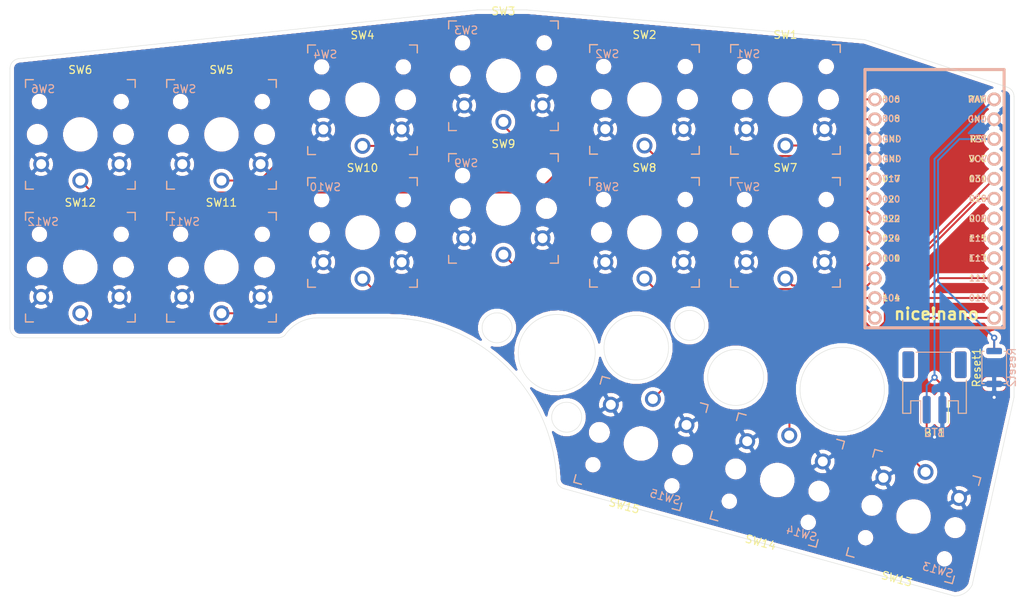
<source format=kicad_pcb>
(kicad_pcb (version 20171130) (host pcbnew "(5.1.12)-1")
  (layers (0 F.Cu signal) (31 B.Cu signal) (34 B.Paste user) (35 F.Paste user) (36 B.SilkS user hide) (37 F.SilkS user hide) (38 B.Mask user) (39 F.Mask user) (44 Edge.Cuts user))
  (net 0 "")
  (net 1 gnd)
  (net 2 reset)
  (net 3 Switch1)
  (net 4 Switch2)
  (net 5 Switch3)
  (net 6 Switch4)
  (net 7 Switch5)
  (net 8 Switch6)
  (net 9 Switch7)
  (net 10 Switch8)
  (net 11 Switch9)
  (net 12 Switch10)
  (net 13 Switch11)
  (net 14 Switch12)
  (net 15 Switch13)
  (net 16 Switch14)
  (net 17 Switch15)
  (net 18 "Net-(U1-Pad18)")
  (net 19 "Net-(U1-Pad21)")
  (net 20 raw)
  (net 21 "Net-(U1-Pad16)")
  (net 22 "Net-(U1-Pad17)")
  (module nice-nano-kicad-master:nice_nano (layer F.Cu) (at 151.13 55.88 270)
    (fp_text reference U1 hide)
    (fp_text value nice_nano hide)
    (fp_text user nice!nano (at 13.462 -0.254) (layer F.SilkS) (effects (font (size 1.5 1.5) (thickness 0.3))))
    (fp_text user 008 (at -11.5 5.53719) (layer B.SilkS) (effects (font (size 0.8 0.8)) (justify mirror)))
    (fp_text user 020 (at -1.2 5.53719) (layer B.SilkS) (effects (font (size 0.8 0.8)) (justify mirror)))
    (fp_text user 017 (at -3.81 5.53719) (layer B.SilkS) (effects (font (size 0.8 0.8)) (justify mirror)))
    (fp_text user GND (at -6.35 5.461) (layer B.SilkS) (effects (font (size 0.8 0.8)) (justify mirror)))
    (fp_text user GND (at -8.89 5.461) (layer B.SilkS) (effects (font (size 0.8 0.8)) (justify mirror)))
    (fp_text user 022 (at 1.3 5.53719) (layer B.SilkS) (effects (font (size 0.8 0.8)) (justify mirror)))
    (fp_text user 024 (at 3.8 5.53719) (layer B.SilkS) (effects (font (size 0.8 0.8)) (justify mirror)))
    (fp_text user 100 (at 6.35 5.53719) (layer B.SilkS) (effects (font (size 0.8 0.8)) (justify mirror)))
    (fp_text user 104 (at 11.43 5.53719) (layer B.SilkS) (effects (font (size 0.8 0.8)) (justify mirror)))
    (fp_text user 010 (at 11.43 -5.537191) (layer F.SilkS) (effects (font (size 0.8 0.8))))
    (fp_text user 111 (at 8.89 -5.537191) (layer B.SilkS) (effects (font (size 0.8 0.8)) (justify mirror)))
    (fp_text user 113 (at 6.35 -5.537191) (layer B.SilkS) (effects (font (size 0.8 0.8)) (justify mirror)))
    (fp_text user 115 (at 3.81 -5.537191) (layer F.SilkS) (effects (font (size 0.8 0.8))))
    (fp_text user 002 (at 1.27 -5.537191) (layer F.SilkS) (effects (font (size 0.8 0.8))))
    (fp_text user 029 (at -1.27 -5.537191) (layer F.SilkS) (effects (font (size 0.8 0.8))))
    (fp_text user 031 (at -3.81 -5.537191) (layer B.SilkS) (effects (font (size 0.8 0.8)) (justify mirror)))
    (fp_text user VCC (at -6.35 -5.537191) (layer B.SilkS) (effects (font (size 0.8 0.8)) (justify mirror)))
    (fp_text user GND (at -11.43 -5.454667) (layer B.SilkS) (effects (font (size 0.8 0.8)) (justify mirror)))
    (fp_text user RAW (at -13.97 -5.473715) (layer B.SilkS) (effects (font (size 0.8 0.8)) (justify mirror)))
    (fp_text user RAW (at -13.97 -5.473715) (layer F.SilkS) (effects (font (size 0.8 0.8))))
    (fp_text user GND (at -11.43 -5.454667) (layer F.SilkS) (effects (font (size 0.8 0.8))))
    (fp_text user RST (at -8.89 -5.588) (layer F.SilkS) (effects (font (size 0.8 0.8))))
    (fp_text user VCC (at -6.35 -5.537191) (layer F.SilkS) (effects (font (size 0.8 0.8))))
    (fp_text user 031 (at -3.81 -5.537191) (layer F.SilkS) (effects (font (size 0.8 0.8))))
    (fp_text user 029 (at -1.27 -5.537191) (layer B.SilkS) (effects (font (size 0.8 0.8)) (justify mirror)))
    (fp_text user 002 (at 1.27 -5.537191) (layer B.SilkS) (effects (font (size 0.8 0.8)) (justify mirror)))
    (fp_text user 115 (at 3.81 -5.537191) (layer B.SilkS) (effects (font (size 0.8 0.8)) (justify mirror)))
    (fp_text user 113 (at 6.35 -5.537191) (layer F.SilkS) (effects (font (size 0.8 0.8))))
    (fp_text user 111 (at 8.89 -5.537191) (layer F.SilkS) (effects (font (size 0.8 0.8))))
    (fp_text user 010 (at 11.43 -5.537191) (layer B.SilkS) (effects (font (size 0.8 0.8)) (justify mirror)))
    (fp_text user 104 (at 11.43 5.53719) (layer F.SilkS) (effects (font (size 0.8 0.8))))
    (fp_text user 100 (at 6.35 5.53719) (layer F.SilkS) (effects (font (size 0.8 0.8))))
    (fp_text user 024 (at 3.81 5.53719) (layer F.SilkS) (effects (font (size 0.8 0.8))))
    (fp_text user 022 (at 1.3 5.53719) (layer F.SilkS) (effects (font (size 0.8 0.8))))
    (fp_text user GND (at -8.89 5.461) (layer F.SilkS) (effects (font (size 0.8 0.8))))
    (fp_text user GND (at -6.35 5.461) (layer F.SilkS) (effects (font (size 0.8 0.8))))
    (fp_text user 017 (at -3.8 5.53719) (layer F.SilkS) (effects (font (size 0.8 0.8))))
    (fp_text user 020 (at -1.2 5.53719) (layer F.SilkS) (effects (font (size 0.8 0.8))))
    (fp_text user 008 (at -11.5 5.53719) (layer F.SilkS) (effects (font (size 0.8 0.8))))
    (fp_text user 006 (at -13.97 5.53719) (layer B.SilkS) (effects (font (size 0.8 0.8)) (justify mirror)))
    (fp_text user 006 (at -13.97 5.53719) (layer F.SilkS) (effects (font (size 0.8 0.8))))
    (fp_text user RST (at -8.89 -5.588) (layer B.SilkS) (effects (font (size 0.8 0.8)) (justify mirror)))
    (pad 1 thru_hole circle (at -13.97 7.62 270) (size 1.7526 1.7526) (drill 1.0922) (layers *.Cu *.SilkS *.Mask) (net 3 Switch1))
    (pad 2 thru_hole circle (at -11.43 7.62 270) (size 1.7526 1.7526) (drill 1.0922) (layers *.Cu *.SilkS *.Mask) (net 4 Switch2))
    (pad 3 thru_hole circle (at -8.89 7.62 270) (size 1.7526 1.7526) (drill 1.0922) (layers *.Cu *.SilkS *.Mask) (net 1 gnd))
    (pad 4 thru_hole circle (at -6.35 7.62 270) (size 1.7526 1.7526) (drill 1.0922) (layers *.Cu *.SilkS *.Mask) (net 1 gnd))
    (pad 5 thru_hole circle (at -3.81 7.62 270) (size 1.7526 1.7526) (drill 1.0922) (layers *.Cu *.SilkS *.Mask) (net 5 Switch3))
    (pad 6 thru_hole circle (at -1.27 7.62 270) (size 1.7526 1.7526) (drill 1.0922) (layers *.Cu *.SilkS *.Mask) (net 6 Switch4))
    (pad 7 thru_hole circle (at 1.27 7.62 270) (size 1.7526 1.7526) (drill 1.0922) (layers *.Cu *.SilkS *.Mask) (net 7 Switch5))
    (pad 8 thru_hole circle (at 3.81 7.62 270) (size 1.7526 1.7526) (drill 1.0922) (layers *.Cu *.SilkS *.Mask) (net 8 Switch6))
    (pad 9 thru_hole circle (at 6.35 7.62 270) (size 1.7526 1.7526) (drill 1.0922) (layers *.Cu *.SilkS *.Mask) (net 9 Switch7))
    (pad 10 thru_hole circle (at 8.89 7.62 270) (size 1.7526 1.7526) (drill 1.0922) (layers *.Cu *.SilkS *.Mask) (net 10 Switch8))
    (pad 11 thru_hole circle (at 11.43 7.62 270) (size 1.7526 1.7526) (drill 1.0922) (layers *.Cu *.SilkS *.Mask) (net 11 Switch9))
    (pad 13 thru_hole circle (at 13.97 -7.62 270) (size 1.7526 1.7526) (drill 1.0922) (layers *.Cu *.SilkS *.Mask) (net 15 Switch13))
    (pad 14 thru_hole circle (at 11.43 -7.62 270) (size 1.7526 1.7526) (drill 1.0922) (layers *.Cu *.SilkS *.Mask) (net 16 Switch14))
    (pad 15 thru_hole circle (at 8.89 -7.62 270) (size 1.7526 1.7526) (drill 1.0922) (layers *.Cu *.SilkS *.Mask) (net 17 Switch15))
    (pad 16 thru_hole circle (at 6.35 -7.62 270) (size 1.7526 1.7526) (drill 1.0922) (layers *.Cu *.SilkS *.Mask) (net 21 "Net-(U1-Pad16)"))
    (pad 17 thru_hole circle (at 3.81 -7.62 270) (size 1.7526 1.7526) (drill 1.0922) (layers *.Cu *.SilkS *.Mask) (net 22 "Net-(U1-Pad17)"))
    (pad 18 thru_hole circle (at 1.27 -7.62 270) (size 1.7526 1.7526) (drill 1.0922) (layers *.Cu *.SilkS *.Mask) (net 18 "Net-(U1-Pad18)"))
    (pad 19 thru_hole circle (at -1.27 -7.62 270) (size 1.7526 1.7526) (drill 1.0922) (layers *.Cu *.SilkS *.Mask) (net 14 Switch12))
    (pad 20 thru_hole circle (at -3.81 -7.62 270) (size 1.7526 1.7526) (drill 1.0922) (layers *.Cu *.SilkS *.Mask) (net 13 Switch11))
    (pad 21 thru_hole circle (at -6.35 -7.62 270) (size 1.7526 1.7526) (drill 1.0922) (layers *.Cu *.SilkS *.Mask) (net 19 "Net-(U1-Pad21)"))
    (pad 22 thru_hole circle (at -8.89 -7.62 270) (size 1.7526 1.7526) (drill 1.0922) (layers *.Cu *.SilkS *.Mask) (net 2 reset))
    (pad 23 thru_hole circle (at -11.43 -7.62 270) (size 1.7526 1.7526) (drill 1.0922) (layers *.Cu *.SilkS *.Mask) (net 1 gnd))
    (pad 12 thru_hole circle (at 13.97 7.62 270) (size 1.7526 1.7526) (drill 1.0922) (layers *.Cu *.SilkS *.Mask) (net 12 Switch10))
    (pad 24 thru_hole circle (at -13.97 -7.62 270) (size 1.7526 1.7526) (drill 1.0922) (layers *.Cu *.SilkS *.Mask) (net 20 raw))
  )
  (module Button_Switch_SMD:SW_Push_SPST_NO_Alps_SKRK (layer B.Cu) (at 158.75 76.2 90)
    (fp_text reference Reset2 (at 0 2.25 270) (layer B.SilkS) (effects (justify mirror)))
    (fp_text value KEYSW)
    (pad 1 smd roundrect (at -2.1 0 90) (size 0.8 2) (layers B.Cu B.Paste B.Mask) (net 1 gnd))
    (pad 2 smd roundrect (at 2.1 0 90) (size 0.8 2) (layers B.Cu B.Paste B.Mask) (net 2 reset))
  )
  (module Connector_JST:JST_PH_S2B-PH-SM4-TB_1x02-1MP_P2.00mm_Horizontal (layer B.Cu) (at 151.13 78.74)
    (fp_text reference BT2 (at 0 5.8) (layer B.SilkS) (effects (justify mirror)))
    (fp_text value Battery)
    (pad MP smd roundrect (at 3.35 -2.9) (size 1.5 3.4) (layers B.Cu B.Paste B.Mask) (roundrect_rratio 0.1666666666666667))
    (pad MP smd roundrect (at -3.35 -2.9) (size 1.5 3.4) (layers B.Cu B.Paste B.Mask) (roundrect_rratio 0.1666666666666667))
    (pad 2 smd roundrect (at 1 2.85) (size 1 3.5) (layers B.Cu B.Paste B.Mask) (net 1 gnd))
    (pad 1 smd roundrect (at -1 2.85) (size 1 3.5) (layers B.Cu B.Paste B.Mask) (net 20 raw))
  )
  (module Connector_JST:JST_PH_S2B-PH-SM4-TB_1x02-1MP_P2.00mm_Horizontal (layer F.Cu) (at 151.13 78.74 180)
    (fp_text reference BT1 (at 0 -5.8) (layer F.SilkS))
    (fp_text value Battery)
    (pad MP smd roundrect (at 3.35 2.9 180) (size 1.5 3.4) (layers F.Cu F.Paste F.Mask) (roundrect_rratio 0.1666666666666667))
    (pad MP smd roundrect (at -3.35 2.9 180) (size 1.5 3.4) (layers F.Cu F.Paste F.Mask) (roundrect_rratio 0.1666666666666667))
    (pad 2 smd roundrect (at 1 -2.85 180) (size 1 3.5) (layers F.Cu F.Paste F.Mask) (net 1 gnd))
    (pad 1 smd roundrect (at -1 -2.85 180) (size 1 3.5) (layers F.Cu F.Paste F.Mask) (net 20 raw))
  )
  (module keyswitches:SW_PG1350_reversible (layer F.Cu) (at 113.627472 85.9171 165)
    (fp_text reference SW15 (at 0 -8.255 165) (layer F.SilkS))
    (fp_text value SW_PUSH)
    (fp_text user %R (at -4.759999 -5.8 165) (layer B.SilkS) (effects (justify mirror)))
    (pad "" np_thru_hole circle (at -5.5 0 165) (size 1.7018 1.7018) (drill 1.7018) (layers *.Cu *.Mask))
    (pad "" np_thru_hole circle (at 5.5 0 165) (size 1.7018 1.7018) (drill 1.7018) (layers *.Cu *.Mask))
    (pad "" np_thru_hole circle (at 5.22 -4.2 165) (size 0.9906 0.9906) (drill 0.9906) (layers *.Cu *.Mask))
    (pad 1 thru_hole circle (at 0 5.9 165) (size 2.032 2.032) (drill 1.27) (layers *.Cu *.Mask) (net 17 Switch15))
    (pad 2 thru_hole circle (at -5 3.8 165) (size 2.032 2.032) (drill 1.27) (layers *.Cu *.Mask) (net 1 gnd))
    (pad "" np_thru_hole circle (at 0 0 165) (size 3.429 3.429) (drill 3.429) (layers *.Cu *.Mask))
    (pad 2 thru_hole circle (at 5 3.8 165) (size 2.032 2.032) (drill 1.27) (layers *.Cu *.Mask) (net 1 gnd))
    (pad "" np_thru_hole circle (at -5.22 -4.2 165) (size 0.9906 0.9906) (drill 0.9906) (layers *.Cu *.Mask))
  )
  (module keyswitches:SW_PG1350_reversible (layer F.Cu) (at 42.01021 63.364687)
    (fp_text reference SW12 (at 0 -8.255) (layer F.SilkS))
    (fp_text value SW_PUSH)
    (fp_text user %R (at -4.76 -5.8) (layer B.SilkS) (effects (justify mirror)))
    (pad "" np_thru_hole circle (at -5.5 0) (size 1.7018 1.7018) (drill 1.7018) (layers *.Cu *.Mask))
    (pad "" np_thru_hole circle (at 5.5 0) (size 1.7018 1.7018) (drill 1.7018) (layers *.Cu *.Mask))
    (pad "" np_thru_hole circle (at 5.22 -4.2) (size 0.9906 0.9906) (drill 0.9906) (layers *.Cu *.Mask))
    (pad 1 thru_hole circle (at 0 5.9) (size 2.032 2.032) (drill 1.27) (layers *.Cu *.Mask) (net 14 Switch12))
    (pad 2 thru_hole circle (at -5 3.8) (size 2.032 2.032) (drill 1.27) (layers *.Cu *.Mask) (net 1 gnd))
    (pad "" np_thru_hole circle (at 0 0) (size 3.429 3.429) (drill 3.429) (layers *.Cu *.Mask))
    (pad 2 thru_hole circle (at 5 3.8) (size 2.032 2.032) (drill 1.27) (layers *.Cu *.Mask) (net 1 gnd))
    (pad "" np_thru_hole circle (at -5.22 -4.2) (size 0.9906 0.9906) (drill 0.9906) (layers *.Cu *.Mask))
  )
  (module keyswitches:SW_PG1350_reversible (layer F.Cu) (at 60.040034 63.364687)
    (fp_text reference SW11 (at 0 -8.255) (layer F.SilkS))
    (fp_text value SW_PUSH)
    (fp_text user %R (at -4.76 -5.8) (layer B.SilkS) (effects (justify mirror)))
    (pad "" np_thru_hole circle (at -5.5 0) (size 1.7018 1.7018) (drill 1.7018) (layers *.Cu *.Mask))
    (pad "" np_thru_hole circle (at 5.5 0) (size 1.7018 1.7018) (drill 1.7018) (layers *.Cu *.Mask))
    (pad "" np_thru_hole circle (at 5.22 -4.2) (size 0.9906 0.9906) (drill 0.9906) (layers *.Cu *.Mask))
    (pad 1 thru_hole circle (at 0 5.9) (size 2.032 2.032) (drill 1.27) (layers *.Cu *.Mask) (net 13 Switch11))
    (pad 2 thru_hole circle (at -5 3.8) (size 2.032 2.032) (drill 1.27) (layers *.Cu *.Mask) (net 1 gnd))
    (pad "" np_thru_hole circle (at 0 0) (size 3.429 3.429) (drill 3.429) (layers *.Cu *.Mask))
    (pad 2 thru_hole circle (at 5 3.8) (size 2.032 2.032) (drill 1.27) (layers *.Cu *.Mask) (net 1 gnd))
    (pad "" np_thru_hole circle (at -5.22 -4.2) (size 0.9906 0.9906) (drill 0.9906) (layers *.Cu *.Mask))
  )
  (module keyswitches:SW_PG1350_reversible (layer F.Cu) (at 78.057608 58.933077)
    (fp_text reference SW10 (at 0 -8.255) (layer F.SilkS))
    (fp_text value SW_PUSH)
    (fp_text user %R (at -4.76 -5.8) (layer B.SilkS) (effects (justify mirror)))
    (pad "" np_thru_hole circle (at -5.5 0) (size 1.7018 1.7018) (drill 1.7018) (layers *.Cu *.Mask))
    (pad "" np_thru_hole circle (at 5.5 0) (size 1.7018 1.7018) (drill 1.7018) (layers *.Cu *.Mask))
    (pad "" np_thru_hole circle (at 5.22 -4.2) (size 0.9906 0.9906) (drill 0.9906) (layers *.Cu *.Mask))
    (pad 1 thru_hole circle (at 0 5.9) (size 2.032 2.032) (drill 1.27) (layers *.Cu *.Mask) (net 12 Switch10))
    (pad 2 thru_hole circle (at -5 3.8) (size 2.032 2.032) (drill 1.27) (layers *.Cu *.Mask) (net 1 gnd))
    (pad "" np_thru_hole circle (at 0 0) (size 3.429 3.429) (drill 3.429) (layers *.Cu *.Mask))
    (pad 2 thru_hole circle (at 5 3.8) (size 2.032 2.032) (drill 1.27) (layers *.Cu *.Mask) (net 1 gnd))
    (pad "" np_thru_hole circle (at -5.22 -4.2) (size 0.9906 0.9906) (drill 0.9906) (layers *.Cu *.Mask))
  )
  (module keyswitches:SW_PG1350_reversible (layer F.Cu) (at 96.056221 55.86225)
    (fp_text reference SW9 (at 0 -8.255) (layer F.SilkS))
    (fp_text value SW_PUSH)
    (fp_text user %R (at -4.76 -5.8) (layer B.SilkS) (effects (justify mirror)))
    (pad "" np_thru_hole circle (at -5.5 0) (size 1.7018 1.7018) (drill 1.7018) (layers *.Cu *.Mask))
    (pad "" np_thru_hole circle (at 5.5 0) (size 1.7018 1.7018) (drill 1.7018) (layers *.Cu *.Mask))
    (pad "" np_thru_hole circle (at 5.22 -4.2) (size 0.9906 0.9906) (drill 0.9906) (layers *.Cu *.Mask))
    (pad 1 thru_hole circle (at 0 5.9) (size 2.032 2.032) (drill 1.27) (layers *.Cu *.Mask) (net 11 Switch9))
    (pad 2 thru_hole circle (at -5 3.8) (size 2.032 2.032) (drill 1.27) (layers *.Cu *.Mask) (net 1 gnd))
    (pad "" np_thru_hole circle (at 0 0) (size 3.429 3.429) (drill 3.429) (layers *.Cu *.Mask))
    (pad 2 thru_hole circle (at 5 3.8) (size 2.032 2.032) (drill 1.27) (layers *.Cu *.Mask) (net 1 gnd))
    (pad "" np_thru_hole circle (at -5.22 -4.2) (size 0.9906 0.9906) (drill 0.9906) (layers *.Cu *.Mask))
  )
  (module keyswitches:SW_PG1350_reversible (layer F.Cu) (at 114.07391 58.918007)
    (fp_text reference SW8 (at 0 -8.255) (layer F.SilkS))
    (fp_text value SW_PUSH)
    (fp_text user %R (at -4.76 -5.8) (layer B.SilkS) (effects (justify mirror)))
    (pad "" np_thru_hole circle (at -5.5 0) (size 1.7018 1.7018) (drill 1.7018) (layers *.Cu *.Mask))
    (pad "" np_thru_hole circle (at 5.5 0) (size 1.7018 1.7018) (drill 1.7018) (layers *.Cu *.Mask))
    (pad "" np_thru_hole circle (at 5.22 -4.2) (size 0.9906 0.9906) (drill 0.9906) (layers *.Cu *.Mask))
    (pad 1 thru_hole circle (at 0 5.9) (size 2.032 2.032) (drill 1.27) (layers *.Cu *.Mask) (net 10 Switch8))
    (pad 2 thru_hole circle (at -5 3.8) (size 2.032 2.032) (drill 1.27) (layers *.Cu *.Mask) (net 1 gnd))
    (pad "" np_thru_hole circle (at 0 0) (size 3.429 3.429) (drill 3.429) (layers *.Cu *.Mask))
    (pad 2 thru_hole circle (at 5 3.8) (size 2.032 2.032) (drill 1.27) (layers *.Cu *.Mask) (net 1 gnd))
    (pad "" np_thru_hole circle (at -5.22 -4.2) (size 0.9906 0.9906) (drill 0.9906) (layers *.Cu *.Mask))
  )
  (module keyswitches:SW_PG1350_reversible (layer F.Cu) (at 132.076304 58.918007)
    (fp_text reference SW7 (at 0 -8.255) (layer F.SilkS))
    (fp_text value SW_PUSH)
    (fp_text user %R (at -4.76 -5.8) (layer B.SilkS) (effects (justify mirror)))
    (pad "" np_thru_hole circle (at -5.5 0) (size 1.7018 1.7018) (drill 1.7018) (layers *.Cu *.Mask))
    (pad "" np_thru_hole circle (at 5.5 0) (size 1.7018 1.7018) (drill 1.7018) (layers *.Cu *.Mask))
    (pad "" np_thru_hole circle (at 5.22 -4.2) (size 0.9906 0.9906) (drill 0.9906) (layers *.Cu *.Mask))
    (pad 1 thru_hole circle (at 0 5.9) (size 2.032 2.032) (drill 1.27) (layers *.Cu *.Mask) (net 9 Switch7))
    (pad 2 thru_hole circle (at -5 3.8) (size 2.032 2.032) (drill 1.27) (layers *.Cu *.Mask) (net 1 gnd))
    (pad "" np_thru_hole circle (at 0 0) (size 3.429 3.429) (drill 3.429) (layers *.Cu *.Mask))
    (pad 2 thru_hole circle (at 5 3.8) (size 2.032 2.032) (drill 1.27) (layers *.Cu *.Mask) (net 1 gnd))
    (pad "" np_thru_hole circle (at -5.22 -4.2) (size 0.9906 0.9906) (drill 0.9906) (layers *.Cu *.Mask))
  )
  (module keyswitches:SW_PG1350_reversible (layer F.Cu) (at 42.01021 46.39298)
    (fp_text reference SW6 (at 0 -8.255) (layer F.SilkS))
    (fp_text value SW_PUSH)
    (fp_text user %R (at -4.76 -5.8) (layer B.SilkS) (effects (justify mirror)))
    (pad "" np_thru_hole circle (at -5.5 0) (size 1.7018 1.7018) (drill 1.7018) (layers *.Cu *.Mask))
    (pad "" np_thru_hole circle (at 5.5 0) (size 1.7018 1.7018) (drill 1.7018) (layers *.Cu *.Mask))
    (pad "" np_thru_hole circle (at 5.22 -4.2) (size 0.9906 0.9906) (drill 0.9906) (layers *.Cu *.Mask))
    (pad 1 thru_hole circle (at 0 5.9) (size 2.032 2.032) (drill 1.27) (layers *.Cu *.Mask) (net 8 Switch6))
    (pad 2 thru_hole circle (at -5 3.8) (size 2.032 2.032) (drill 1.27) (layers *.Cu *.Mask) (net 1 gnd))
    (pad "" np_thru_hole circle (at 0 0) (size 3.429 3.429) (drill 3.429) (layers *.Cu *.Mask))
    (pad 2 thru_hole circle (at 5 3.8) (size 2.032 2.032) (drill 1.27) (layers *.Cu *.Mask) (net 1 gnd))
    (pad "" np_thru_hole circle (at -5.22 -4.2) (size 0.9906 0.9906) (drill 0.9906) (layers *.Cu *.Mask))
  )
  (module keyswitches:SW_PG1350_reversible (layer F.Cu) (at 60.040034 46.39298)
    (fp_text reference SW5 (at 0 -8.255) (layer F.SilkS))
    (fp_text value SW_PUSH)
    (fp_text user %R (at -4.76 -5.8) (layer B.SilkS) (effects (justify mirror)))
    (pad "" np_thru_hole circle (at -5.5 0) (size 1.7018 1.7018) (drill 1.7018) (layers *.Cu *.Mask))
    (pad "" np_thru_hole circle (at 5.5 0) (size 1.7018 1.7018) (drill 1.7018) (layers *.Cu *.Mask))
    (pad "" np_thru_hole circle (at 5.22 -4.2) (size 0.9906 0.9906) (drill 0.9906) (layers *.Cu *.Mask))
    (pad 1 thru_hole circle (at 0 5.9) (size 2.032 2.032) (drill 1.27) (layers *.Cu *.Mask) (net 7 Switch5))
    (pad 2 thru_hole circle (at -5 3.8) (size 2.032 2.032) (drill 1.27) (layers *.Cu *.Mask) (net 1 gnd))
    (pad "" np_thru_hole circle (at 0 0) (size 3.429 3.429) (drill 3.429) (layers *.Cu *.Mask))
    (pad 2 thru_hole circle (at 5 3.8) (size 2.032 2.032) (drill 1.27) (layers *.Cu *.Mask) (net 1 gnd))
    (pad "" np_thru_hole circle (at -5.22 -4.2) (size 0.9906 0.9906) (drill 0.9906) (layers *.Cu *.Mask))
  )
  (module keyswitches:SW_PG1350_reversible (layer F.Cu) (at 78.057608 41.96137)
    (fp_text reference SW4 (at 0 -8.255) (layer F.SilkS))
    (fp_text value SW_PUSH)
    (fp_text user %R (at -4.76 -5.8) (layer B.SilkS) (effects (justify mirror)))
    (pad "" np_thru_hole circle (at -5.5 0) (size 1.7018 1.7018) (drill 1.7018) (layers *.Cu *.Mask))
    (pad "" np_thru_hole circle (at 5.5 0) (size 1.7018 1.7018) (drill 1.7018) (layers *.Cu *.Mask))
    (pad "" np_thru_hole circle (at 5.22 -4.2) (size 0.9906 0.9906) (drill 0.9906) (layers *.Cu *.Mask))
    (pad 1 thru_hole circle (at 0 5.9) (size 2.032 2.032) (drill 1.27) (layers *.Cu *.Mask) (net 6 Switch4))
    (pad 2 thru_hole circle (at -5 3.8) (size 2.032 2.032) (drill 1.27) (layers *.Cu *.Mask) (net 1 gnd))
    (pad "" np_thru_hole circle (at 0 0) (size 3.429 3.429) (drill 3.429) (layers *.Cu *.Mask))
    (pad 2 thru_hole circle (at 5 3.8) (size 2.032 2.032) (drill 1.27) (layers *.Cu *.Mask) (net 1 gnd))
    (pad "" np_thru_hole circle (at -5.22 -4.2) (size 0.9906 0.9906) (drill 0.9906) (layers *.Cu *.Mask))
  )
  (module keyswitches:SW_PG1350_reversible (layer F.Cu) (at 96.056221 38.890543)
    (fp_text reference SW3 (at 0 -8.255) (layer F.SilkS))
    (fp_text value SW_PUSH)
    (fp_text user %R (at -4.76 -5.8) (layer B.SilkS) (effects (justify mirror)))
    (pad "" np_thru_hole circle (at -5.5 0) (size 1.7018 1.7018) (drill 1.7018) (layers *.Cu *.Mask))
    (pad "" np_thru_hole circle (at 5.5 0) (size 1.7018 1.7018) (drill 1.7018) (layers *.Cu *.Mask))
    (pad "" np_thru_hole circle (at 5.22 -4.2) (size 0.9906 0.9906) (drill 0.9906) (layers *.Cu *.Mask))
    (pad 1 thru_hole circle (at 0 5.9) (size 2.032 2.032) (drill 1.27) (layers *.Cu *.Mask) (net 5 Switch3))
    (pad 2 thru_hole circle (at -5 3.8) (size 2.032 2.032) (drill 1.27) (layers *.Cu *.Mask) (net 1 gnd))
    (pad "" np_thru_hole circle (at 0 0) (size 3.429 3.429) (drill 3.429) (layers *.Cu *.Mask))
    (pad 2 thru_hole circle (at 5 3.8) (size 2.032 2.032) (drill 1.27) (layers *.Cu *.Mask) (net 1 gnd))
    (pad "" np_thru_hole circle (at -5.22 -4.2) (size 0.9906 0.9906) (drill 0.9906) (layers *.Cu *.Mask))
  )
  (module keyswitches:SW_PG1350_reversible (layer F.Cu) (at 114.077606 41.916303)
    (fp_text reference SW2 (at 0 -8.255) (layer F.SilkS))
    (fp_text value SW_PUSH)
    (fp_text user %R (at -4.76 -5.8) (layer B.SilkS) (effects (justify mirror)))
    (pad "" np_thru_hole circle (at -5.5 0) (size 1.7018 1.7018) (drill 1.7018) (layers *.Cu *.Mask))
    (pad "" np_thru_hole circle (at 5.5 0) (size 1.7018 1.7018) (drill 1.7018) (layers *.Cu *.Mask))
    (pad "" np_thru_hole circle (at 5.22 -4.2) (size 0.9906 0.9906) (drill 0.9906) (layers *.Cu *.Mask))
    (pad 1 thru_hole circle (at 0 5.9) (size 2.032 2.032) (drill 1.27) (layers *.Cu *.Mask) (net 4 Switch2))
    (pad 2 thru_hole circle (at -5 3.8) (size 2.032 2.032) (drill 1.27) (layers *.Cu *.Mask) (net 1 gnd))
    (pad "" np_thru_hole circle (at 0 0) (size 3.429 3.429) (drill 3.429) (layers *.Cu *.Mask))
    (pad 2 thru_hole circle (at 5 3.8) (size 2.032 2.032) (drill 1.27) (layers *.Cu *.Mask) (net 1 gnd))
    (pad "" np_thru_hole circle (at -5.22 -4.2) (size 0.9906 0.9906) (drill 0.9906) (layers *.Cu *.Mask))
  )
  (module keyswitches:SW_PG1350_reversible (layer F.Cu) (at 132.08 41.916303)
    (fp_text reference SW1 (at 0 -8.255) (layer F.SilkS))
    (fp_text value SW_PUSH)
    (fp_text user %R (at -4.76 -5.8) (layer B.SilkS) (effects (justify mirror)))
    (pad "" np_thru_hole circle (at -5.5 0) (size 1.7018 1.7018) (drill 1.7018) (layers *.Cu *.Mask))
    (pad "" np_thru_hole circle (at 5.5 0) (size 1.7018 1.7018) (drill 1.7018) (layers *.Cu *.Mask))
    (pad "" np_thru_hole circle (at 5.22 -4.2) (size 0.9906 0.9906) (drill 0.9906) (layers *.Cu *.Mask))
    (pad 1 thru_hole circle (at 0 5.9) (size 2.032 2.032) (drill 1.27) (layers *.Cu *.Mask) (net 3 Switch1))
    (pad 2 thru_hole circle (at -5 3.8) (size 2.032 2.032) (drill 1.27) (layers *.Cu *.Mask) (net 1 gnd))
    (pad "" np_thru_hole circle (at 0 0) (size 3.429 3.429) (drill 3.429) (layers *.Cu *.Mask))
    (pad 2 thru_hole circle (at 5 3.8) (size 2.032 2.032) (drill 1.27) (layers *.Cu *.Mask) (net 1 gnd))
    (pad "" np_thru_hole circle (at -5.22 -4.2) (size 0.9906 0.9906) (drill 0.9906) (layers *.Cu *.Mask))
  )
  (module keyswitches:SW_PG1350_reversible (layer F.Cu) (at 148.448695 95.247419 165)
    (fp_text reference SW13 (at 0 -8.255 165) (layer F.SilkS))
    (fp_text value SW_PUSH)
    (fp_text user %R (at -4.759999 -5.8 165) (layer B.SilkS) (effects (justify mirror)))
    (pad "" np_thru_hole circle (at -5.5 0 165) (size 1.7018 1.7018) (drill 1.7018) (layers *.Cu *.Mask))
    (pad "" np_thru_hole circle (at 5.5 0 165) (size 1.7018 1.7018) (drill 1.7018) (layers *.Cu *.Mask))
    (pad "" np_thru_hole circle (at 5.22 -4.2 165) (size 0.9906 0.9906) (drill 0.9906) (layers *.Cu *.Mask))
    (pad 1 thru_hole circle (at 0 5.9 165) (size 2.032 2.032) (drill 1.27) (layers *.Cu *.Mask) (net 15 Switch13))
    (pad 2 thru_hole circle (at -5 3.8 165) (size 2.032 2.032) (drill 1.27) (layers *.Cu *.Mask) (net 1 gnd))
    (pad "" np_thru_hole circle (at 0 0 165) (size 3.429 3.429) (drill 3.429) (layers *.Cu *.Mask))
    (pad 2 thru_hole circle (at 5 3.8 165) (size 2.032 2.032) (drill 1.27) (layers *.Cu *.Mask) (net 1 gnd))
    (pad "" np_thru_hole circle (at -5.22 -4.2 165) (size 0.9906 0.9906) (drill 0.9906) (layers *.Cu *.Mask))
  )
  (module keyswitches:SW_PG1350_reversible (layer F.Cu) (at 131.043647 90.58375 165)
    (fp_text reference SW14 (at 0 -8.255 165) (layer F.SilkS))
    (fp_text value SW_PUSH)
    (fp_text user %R (at -4.759999 -5.8 165) (layer B.SilkS) (effects (justify mirror)))
    (pad "" np_thru_hole circle (at -5.5 0 165) (size 1.7018 1.7018) (drill 1.7018) (layers *.Cu *.Mask))
    (pad "" np_thru_hole circle (at 5.5 0 165) (size 1.7018 1.7018) (drill 1.7018) (layers *.Cu *.Mask))
    (pad "" np_thru_hole circle (at 5.22 -4.2 165) (size 0.9906 0.9906) (drill 0.9906) (layers *.Cu *.Mask))
    (pad 1 thru_hole circle (at 0 5.9 165) (size 2.032 2.032) (drill 1.27) (layers *.Cu *.Mask) (net 16 Switch14))
    (pad 2 thru_hole circle (at -5 3.8 165) (size 2.032 2.032) (drill 1.27) (layers *.Cu *.Mask) (net 1 gnd))
    (pad "" np_thru_hole circle (at 0 0 165) (size 3.429 3.429) (drill 3.429) (layers *.Cu *.Mask))
    (pad 2 thru_hole circle (at 5 3.8 165) (size 2.032 2.032) (drill 1.27) (layers *.Cu *.Mask) (net 1 gnd))
    (pad "" np_thru_hole circle (at -5.22 -4.2 165) (size 0.9906 0.9906) (drill 0.9906) (layers *.Cu *.Mask))
  )
  (module Button_Switch_SMD:SW_Push_SPST_NO_Alps_SKRK (layer F.Cu) (at 158.75 76.2 90)
    (fp_text reference Reset1 (at 0 -2.25 90) (layer F.SilkS))
    (fp_text value KEYSW)
    (pad 1 smd roundrect (at -2.1 0 90) (size 0.8 2) (layers F.Cu F.Paste F.Mask) (net 1 gnd))
    (pad 2 smd roundrect (at 2.1 0 90) (size 0.8 2) (layers F.Cu F.Paste F.Mask) (net 2 reset))
  )
  (gr_circle (center 139.339448 78.998177) (end 143.149448 75.188177) (layer Edge.Cuts) (width 0.05))
  (gr_circle (center 104.14 82.55) (end 106.049902 82.393021) (layer Edge.Cuts) (width 0.05))
  (gr_circle (center 95.25 71.12) (end 97.159902 70.963021) (layer Edge.Cuts) (width 0.05))
  (gr_line (start 160.410213 40.351639) (end 142.24 34.29) (layer Edge.Cuts) (width 0.05))
  (gr_line (start 161.29 80.01) (end 161.289649 41.550057) (layer Edge.Cuts) (width 0.05))
  (gr_arc (start 160.02371 41.557155) (end 161.289649 41.550057) (angle -71.90228261) (layer Edge.Cuts) (width 0.05))
  (gr_line (start 34.154748 36.70958) (end 92.71 30.48) (layer Edge.Cuts) (width 0.05))
  (gr_line (start 33.02 71.12) (end 33.02459 37.98052) (layer Edge.Cuts) (width 0.05))
  (gr_arc (start 34.293692 37.971088) (end 34.154748 36.70958) (angle -84.14054113) (layer Edge.Cuts) (width 0.05))
  (gr_line (start 81.28 69.85) (end 72.389999 69.850001) (layer Edge.Cuts) (width 0.05))
  (gr_arc (start 67.31 71.12) (end 67.31 72.39) (angle -40.03155088) (layer Edge.Cuts) (width 0.05))
  (gr_arc (start 72.361106 74.961906) (end 72.389999 69.850001) (angle -56.20827947) (layer Edge.Cuts) (width 0.05))
  (gr_arc (start 81.28 91.44) (end 102.849556 90.474872) (angle -87.43801143) (layer Edge.Cuts) (width 0.05))
  (gr_line (start 153.67 105.41) (end 103.735107 91.670559) (layer Edge.Cuts) (width 0.05))
  (gr_arc (start 104.112528 90.465262) (end 102.849557 90.474871) (angle -72.17691377) (layer Edge.Cuts) (width 0.05))
  (gr_circle (center 102.87 74.330388) (end 105.390478 78.546215) (layer Edge.Cuts) (width 0.05))
  (gr_line (start 34.29 72.39) (end 67.31 72.39) (layer Edge.Cuts) (width 0.05))
  (gr_line (start 155.941845 104.005923) (end 161.29 80.01) (layer Edge.Cuts) (width 0.05))
  (gr_arc (start 153.67 102.87) (end 153.67 105.41) (angle -63.43494882) (layer Edge.Cuts) (width 0.05))
  (gr_arc (start 34.29 71.12) (end 33.02 71.12) (angle -90) (layer Edge.Cuts) (width 0.05))
  (gr_circle (center 119.832118 70.808042) (end 121.74202 70.651063) (layer Edge.Cuts) (width 0.05))
  (gr_circle (center 113.03 73.66) (end 115.40197 77.034272) (layer Edge.Cuts) (width 0.05))
  (gr_circle (center 125.73 77.47) (end 128.860854 79.192891) (layer Edge.Cuts) (width 0.05))
  (gr_line (start 99.06 30.48) (end 92.71 30.48) (layer Edge.Cuts) (width 0.05))
  (gr_line (start 142.24 34.29) (end 99.06 30.48) (layer Edge.Cuts) (width 0.05))
  (via (at 151.13 85.09) (size 0.8) (drill 0.4) (layers F.Cu B.Cu) (net 1))
  (segment (start 150.13 84.09) (end 151.13 85.09) (width 0.25) (layer F.Cu) (net 1))
  (segment (start 150.13 81.59) (end 150.13 84.09) (width 0.25) (layer F.Cu) (net 1))
  (via (at 158.75 80.01) (size 0.8) (drill 0.4) (layers F.Cu B.Cu) (net 1))
  (segment (start 158.75 78.3) (end 158.75 80.01) (width 0.25) (layer F.Cu) (net 1))
  (segment (start 158.75 46.99) (end 154.30641 46.99) (width 0.25) (layer B.Cu) (net 2))
  (segment (start 154.30641 46.99) (end 151.58001 49.7164) (width 0.25) (layer B.Cu) (net 2))
  (via (at 158.75 72.39) (size 0.8) (drill 0.4) (layers F.Cu B.Cu) (net 2))
  (segment (start 151.58001 65.22001) (end 158.75 72.39) (width 0.25) (layer B.Cu) (net 2))
  (segment (start 151.58001 49.7164) (end 151.58001 65.22001) (width 0.25) (layer B.Cu) (net 2))
  (segment (start 158.75 72.39) (end 158.75 74.1) (width 0.25) (layer F.Cu) (net 2))
  (segment (start 158.75 74.1) (end 158.75 72.39) (width 0.25) (layer B.Cu) (net 2))
  (segment (start 143.51 41.91) (end 140.97 41.91) (width 0.25) (layer F.Cu) (net 3))
  (segment (start 140.97 41.91) (end 140.97 46.99) (width 0.25) (layer F.Cu) (net 3))
  (segment (start 140.143697 47.816303) (end 132.08 47.816303) (width 0.25) (layer F.Cu) (net 3))
  (segment (start 140.97 46.99) (end 140.143697 47.816303) (width 0.25) (layer F.Cu) (net 3))
  (segment (start 143.51 44.45) (end 141.42001 44.45) (width 0.25) (layer F.Cu) (net 4))
  (segment (start 115.418607 49.157304) (end 114.077606 47.816303) (width 0.25) (layer F.Cu) (net 4))
  (segment (start 139.439106 49.157304) (end 115.418607 49.157304) (width 0.25) (layer F.Cu) (net 4))
  (segment (start 141.420009 47.176401) (end 139.439106 49.157304) (width 0.25) (layer F.Cu) (net 4))
  (segment (start 141.42001 44.45) (end 141.420009 47.176401) (width 0.25) (layer F.Cu) (net 4))
  (segment (start 143.51 52.07) (end 140.892686 52.07) (width 0.25) (layer F.Cu) (net 5))
  (segment (start 140.892686 52.07) (end 138.43 49.607314) (width 0.25) (layer F.Cu) (net 5))
  (segment (start 138.43 49.607314) (end 100.407314 49.607314) (width 0.25) (layer F.Cu) (net 5))
  (segment (start 96.056221 45.256221) (end 96.056221 44.790543) (width 0.25) (layer F.Cu) (net 5))
  (segment (start 100.407314 49.607314) (end 96.056221 45.256221) (width 0.25) (layer F.Cu) (net 5))
  (segment (start 143.51 54.61) (end 142.24 54.61) (width 0.25) (layer F.Cu) (net 6))
  (segment (start 137.687324 50.057324) (end 100.220914 50.057324) (width 0.25) (layer F.Cu) (net 6))
  (segment (start 142.24 54.61) (end 137.687324 50.057324) (width 0.25) (layer F.Cu) (net 6))
  (segment (start 98.02496 47.86137) (end 78.057608 47.86137) (width 0.25) (layer F.Cu) (net 6))
  (segment (start 100.220914 50.057324) (end 98.02496 47.86137) (width 0.25) (layer F.Cu) (net 6))
  (segment (start 64.924716 52.29298) (end 60.040034 52.29298) (width 0.25) (layer F.Cu) (net 7))
  (segment (start 66.710363 50.507333) (end 64.924716 52.29298) (width 0.25) (layer F.Cu) (net 7))
  (segment (start 136.867333 50.507333) (end 66.710363 50.507333) (width 0.25) (layer F.Cu) (net 7))
  (segment (start 143.51 57.15) (end 136.867333 50.507333) (width 0.25) (layer F.Cu) (net 7))
  (segment (start 143.51 59.69) (end 141.921795 58.101795) (width 0.25) (layer F.Cu) (net 8))
  (segment (start 141.921795 58.101795) (end 141.921795 56.198205) (width 0.25) (layer F.Cu) (net 8))
  (segment (start 141.921795 56.198205) (end 136.680933 50.957343) (width 0.25) (layer F.Cu) (net 8))
  (segment (start 136.680933 50.957343) (end 103.195174 50.957343) (width 0.25) (layer F.Cu) (net 8))
  (segment (start 43.539979 53.822749) (end 42.01021 52.29298) (width 0.25) (layer F.Cu) (net 8))
  (segment (start 100.329768 53.822749) (end 43.539979 53.822749) (width 0.25) (layer F.Cu) (net 8))
  (segment (start 103.195174 50.957343) (end 100.329768 53.822749) (width 0.25) (layer F.Cu) (net 8))
  (segment (start 132.124311 64.77) (end 132.076304 64.818007) (width 0.25) (layer F.Cu) (net 9))
  (segment (start 143.51 62.23) (end 140.031002 65.708998) (width 0.25) (layer F.Cu) (net 9))
  (segment (start 132.967295 65.708998) (end 132.076304 64.818007) (width 0.25) (layer F.Cu) (net 9))
  (segment (start 140.031002 65.708998) (end 132.967295 65.708998) (width 0.25) (layer F.Cu) (net 9))
  (segment (start 115.414911 66.159008) (end 114.07391 64.818007) (width 0.25) (layer F.Cu) (net 10))
  (segment (start 142.120992 66.159008) (end 115.414911 66.159008) (width 0.25) (layer F.Cu) (net 10))
  (segment (start 143.51 64.77) (end 142.120992 66.159008) (width 0.25) (layer F.Cu) (net 10))
  (segment (start 142.270725 67.31) (end 141.569743 66.609018) (width 0.25) (layer F.Cu) (net 11))
  (segment (start 143.51 67.31) (end 142.270725 67.31) (width 0.25) (layer F.Cu) (net 11))
  (segment (start 100.902989 66.609018) (end 96.056221 61.76225) (width 0.25) (layer F.Cu) (net 11))
  (segment (start 141.569743 66.609018) (end 100.902989 66.609018) (width 0.25) (layer F.Cu) (net 11))
  (segment (start 143.51 69.85) (end 140.719028 67.059028) (width 0.25) (layer F.Cu) (net 12))
  (segment (start 80.283559 67.059028) (end 78.057608 64.833077) (width 0.25) (layer F.Cu) (net 12))
  (segment (start 140.719028 67.059028) (end 80.283559 67.059028) (width 0.25) (layer F.Cu) (net 12))
  (segment (start 60.724721 68.58) (end 60.040034 69.264687) (width 0.25) (layer F.Cu) (net 13))
  (segment (start 65.454687 69.264687) (end 60.040034 69.264687) (width 0.25) (layer F.Cu) (net 13))
  (segment (start 142.24 69.21641) (end 140.532628 67.509038) (width 0.25) (layer F.Cu) (net 13))
  (segment (start 142.933375 71.051301) (end 142.24 70.357926) (width 0.25) (layer F.Cu) (net 13))
  (segment (start 142.24 70.357926) (end 142.24 69.21641) (width 0.25) (layer F.Cu) (net 13))
  (segment (start 144.086625 71.051301) (end 142.933375 71.051301) (width 0.25) (layer F.Cu) (net 13))
  (segment (start 144.78 70.357926) (end 144.086625 71.051301) (width 0.25) (layer F.Cu) (net 13))
  (segment (start 67.210336 67.509038) (end 65.454687 69.264687) (width 0.25) (layer F.Cu) (net 13))
  (segment (start 144.78 66.04) (end 144.78 70.357926) (width 0.25) (layer F.Cu) (net 13))
  (segment (start 140.532628 67.509038) (end 67.210336 67.509038) (width 0.25) (layer F.Cu) (net 13))
  (segment (start 158.75 52.07) (end 144.78 66.04) (width 0.25) (layer F.Cu) (net 13))
  (segment (start 43.351211 70.605688) (end 42.01021 69.264687) (width 0.25) (layer F.Cu) (net 14))
  (segment (start 64.750096 70.605688) (end 43.351211 70.605688) (width 0.25) (layer F.Cu) (net 14))
  (segment (start 140.346228 67.959048) (end 67.396736 67.959048) (width 0.25) (layer F.Cu) (net 14))
  (segment (start 141.78999 69.40281) (end 140.346228 67.959048) (width 0.25) (layer F.Cu) (net 14))
  (segment (start 141.78999 70.544326) (end 141.78999 69.40281) (width 0.25) (layer F.Cu) (net 14))
  (segment (start 142.746974 71.50131) (end 141.78999 70.544326) (width 0.25) (layer F.Cu) (net 14))
  (segment (start 145.230009 70.544327) (end 144.273025 71.501311) (width 0.25) (layer F.Cu) (net 14))
  (segment (start 145.23001 66.2264) (end 145.230009 70.544327) (width 0.25) (layer F.Cu) (net 14))
  (segment (start 67.396736 67.959048) (end 64.750096 70.605688) (width 0.25) (layer F.Cu) (net 14))
  (segment (start 156.84641 54.61) (end 145.23001 66.2264) (width 0.25) (layer F.Cu) (net 14))
  (segment (start 144.273025 71.501311) (end 142.746974 71.50131) (width 0.25) (layer F.Cu) (net 14))
  (segment (start 158.75 54.61) (end 156.84641 54.61) (width 0.25) (layer F.Cu) (net 14))
  (segment (start 158.75 69.85) (end 147.833564 69.85) (width 0.25) (layer F.Cu) (net 15))
  (segment (start 147.833564 69.85) (end 146.05 71.633564) (width 0.25) (layer F.Cu) (net 15))
  (segment (start 146.05 85.62273) (end 149.975727 89.548457) (width 0.25) (layer F.Cu) (net 15))
  (segment (start 146.05 71.633564) (end 146.05 85.62273) (width 0.25) (layer F.Cu) (net 15))
  (segment (start 158.75 67.31) (end 149.737154 67.31) (width 0.25) (layer F.Cu) (net 16))
  (segment (start 132.570679 84.476475) (end 132.570679 84.884788) (width 0.25) (layer F.Cu) (net 16))
  (segment (start 149.737154 67.31) (end 144.645824 72.40133) (width 0.25) (layer F.Cu) (net 16))
  (segment (start 144.645824 72.40133) (end 132.598028 72.40133) (width 0.25) (layer F.Cu) (net 16))
  (segment (start 132.598028 84.857439) (end 132.570679 84.884788) (width 0.25) (layer F.Cu) (net 16))
  (segment (start 132.598028 72.40133) (end 132.598028 84.857439) (width 0.25) (layer F.Cu) (net 16))
  (segment (start 158.75 64.77) (end 151.640744 64.77) (width 0.25) (layer F.Cu) (net 17))
  (segment (start 151.640744 64.77) (end 144.459424 71.95132) (width 0.25) (layer F.Cu) (net 17))
  (segment (start 123.421322 71.95132) (end 115.154504 80.218138) (width 0.25) (layer F.Cu) (net 17))
  (segment (start 144.459424 71.95132) (end 123.421322 71.95132) (width 0.25) (layer F.Cu) (net 17))
  (via (at 151.13 77.47) (size 0.8) (drill 0.4) (layers F.Cu B.Cu) (net 20))
  (segment (start 151.13 49.53) (end 151.13 77.47) (width 0.25) (layer B.Cu) (net 20))
  (segment (start 158.75 41.91) (end 151.13 49.53) (width 0.25) (layer B.Cu) (net 20))
  (segment (start 152.13 78.47) (end 151.13 77.47) (width 0.25) (layer F.Cu) (net 20))
  (segment (start 152.13 81.59) (end 152.13 78.47) (width 0.25) (layer F.Cu) (net 20))
  (segment (start 150.13 81.59) (end 150.13 78.47) (width 0.25) (layer B.Cu) (net 20))
  (segment (start 150.13 78.47) (end 151.13 77.47) (width 0.25) (layer B.Cu) (net 20))
  (zone (net 0) (net_name "") (layer F.Cu) (connect_pads (clearance 0.508)) (min_thickness 0.254) (fill yes (arc_segments 32) (thermal_gap 0.508) (thermal_bridge_width 0.508))
    (polygon (pts (xy 142.24 33.02) (xy 162.56 40.64) (xy 162.56 80.01) (xy 156.21 107.95) (xy 101.6 92.71) (xy 90.17 73.66) (xy 31.75 73.66) (xy 31.75 35.56) (xy 92.71 29.21) (xy 99.06 29.21)))
  )
  (zone (net 1) (net_name gnd) (layer B.Cu) (connect_pads (clearance 0.508)) (min_thickness 0.254) (fill yes (arc_segments 32) (thermal_gap 0.508) (thermal_bridge_width 0.508))
    (polygon (pts (xy 142.24 33.02) (xy 162.56 40.64) (xy 162.56 80.01) (xy 156.21 107.95) (xy 101.6 92.71) (xy 90.17 73.66) (xy 31.75 73.66) (xy 31.75 35.56) (xy 92.71 29.21) (xy 99.06 29.21)))
  )
  (zone (net 0) (net_name "") (layer F.Cu) (connect_pads (clearance 0.508)) (min_thickness 0.254) (fill yes (arc_segments 32) (thermal_gap 0.508) (thermal_bridge_width 0.508))
    (polygon (pts (xy 142.24 33.02) (xy 162.56 40.64) (xy 162.56 80.01) (xy 156.21 107.95) (xy 101.6 92.71) (xy 90.17 73.66) (xy 31.75 73.66) (xy 31.75 35.56) (xy 92.71 29.21) (xy 99.06 29.21)))
  )
  (zone (net 1) (net_name gnd) (layer B.Cu) (connect_pads (clearance 0.508)) (min_thickness 0.254) (fill yes (arc_segments 32) (thermal_gap 0.508) (thermal_bridge_width 0.508))
    (polygon (pts (xy 142.24 33.02) (xy 162.56 40.64) (xy 162.56 80.01) (xy 156.21 107.95) (xy 101.6 92.71) (xy 90.17 73.66) (xy 31.75 73.66) (xy 31.75 35.56) (xy 92.71 29.21) (xy 99.06 29.21)))
  )
)
</source>
